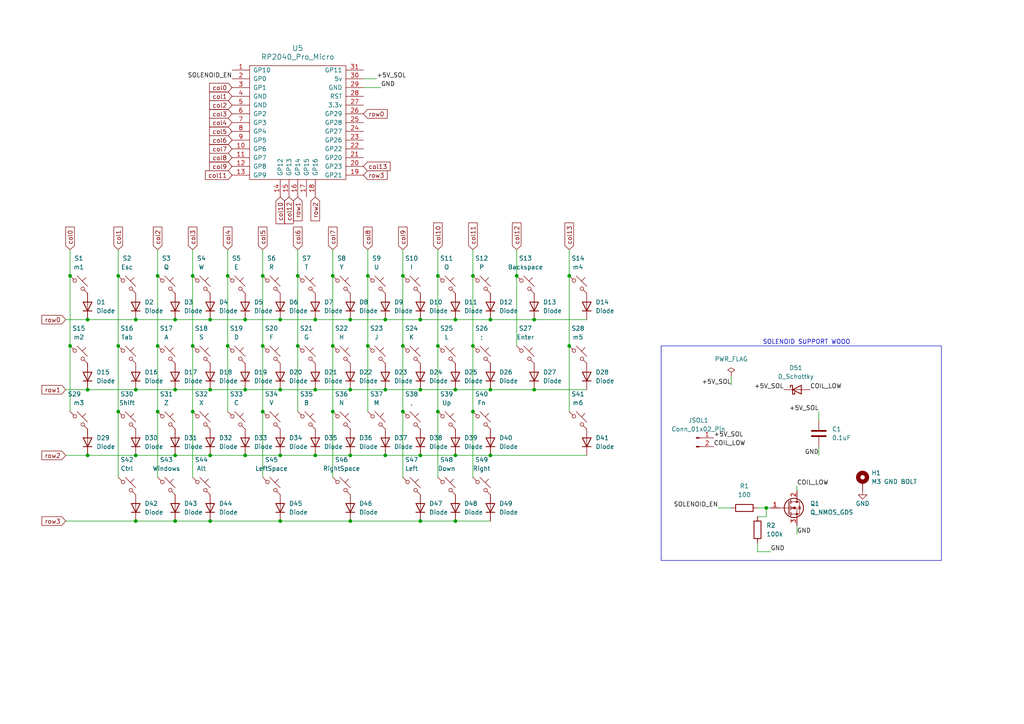
<source format=kicad_sch>
(kicad_sch (version 20250114) (generator "eeschema") (generator_version "9.0")
  (paper "A4")
  (rectangle (start 191.77 100.33) (end 273.05 162.56))
  (text "SOLENOID SUPPORT WOOO\n" (at 233.934 99.314 0) (effects (font (size 1.27 1.27))))
  (junction (at 45.72 119.38))
  (junction (at 149.86 80.01))
  (junction (at 106.68 100.33))
  (junction (at 121.92 132.08))
  (junction (at 137.16 80.01))
  (junction (at 91.44 113.03))
  (junction (at 81.28 132.08))
  (junction (at 96.52 100.33))
  (junction (at 39.37 92.71))
  (junction (at 132.08 113.03))
  (junction (at 132.08 92.71))
  (junction (at 50.8 113.03))
  (junction (at 116.84 119.38))
  (junction (at 39.37 132.08))
  (junction (at 86.36 100.33))
  (junction (at 154.94 113.03))
  (junction (at 111.76 92.71))
  (junction (at 127 100.33))
  (junction (at 132.08 151.13))
  (junction (at 101.6 113.03))
  (junction (at 111.76 132.08))
  (junction (at 20.32 100.33))
  (junction (at 71.12 92.71))
  (junction (at 34.29 119.38))
  (junction (at 76.2 100.33))
  (junction (at 132.08 132.08))
  (junction (at 55.88 119.38))
  (junction (at 165.1 100.33))
  (junction (at 34.29 80.01))
  (junction (at 50.8 132.08))
  (junction (at 127 119.38))
  (junction (at 45.72 80.01))
  (junction (at 142.24 113.03))
  (junction (at 137.16 119.38))
  (junction (at 121.92 92.71))
  (junction (at 91.44 132.08))
  (junction (at 96.52 119.38))
  (junction (at 76.2 80.01))
  (junction (at 101.6 92.71))
  (junction (at 25.4 113.03))
  (junction (at 55.88 100.33))
  (junction (at 50.8 92.71))
  (junction (at 76.2 119.38))
  (junction (at 154.94 92.71))
  (junction (at 101.6 132.08))
  (junction (at 127 80.01))
  (junction (at 60.96 113.03))
  (junction (at 101.6 151.13))
  (junction (at 137.16 100.33))
  (junction (at 20.32 80.01))
  (junction (at 121.92 151.13))
  (junction (at 91.44 92.71))
  (junction (at 55.88 80.01))
  (junction (at 142.24 132.08))
  (junction (at 66.04 100.33))
  (junction (at 86.36 80.01))
  (junction (at 25.4 92.71))
  (junction (at 60.96 132.08))
  (junction (at 60.96 92.71))
  (junction (at 71.12 113.03))
  (junction (at 60.96 151.13))
  (junction (at 39.37 151.13))
  (junction (at 116.84 80.01))
  (junction (at 45.72 100.33))
  (junction (at 39.37 113.03))
  (junction (at 106.68 80.01))
  (junction (at 121.92 113.03))
  (junction (at 222.25 147.32))
  (junction (at 111.76 113.03))
  (junction (at 81.28 151.13))
  (junction (at 81.28 92.71))
  (junction (at 81.28 113.03))
  (junction (at 66.04 80.01))
  (junction (at 96.52 80.01))
  (junction (at 142.24 92.71))
  (junction (at 25.4 132.08))
  (junction (at 165.1 80.01))
  (junction (at 116.84 100.33))
  (junction (at 50.8 151.13))
  (junction (at 71.12 132.08))
  (junction (at 34.29 100.33))
  (wire (pts (xy 50.8 151.13) (xy 60.96 151.13)))
  (wire (pts (xy 101.6 151.13) (xy 121.92 151.13)))
  (wire (pts (xy 137.16 100.33) (xy 137.16 119.38)))
  (wire (pts (xy 165.1 72.39) (xy 165.1 80.01)))
  (wire (pts (xy 19.05 151.13) (xy 39.37 151.13)))
  (wire (pts (xy 66.04 72.39) (xy 66.04 80.01)))
  (wire (pts (xy 76.2 80.01) (xy 76.2 100.33)))
  (wire (pts (xy 71.12 92.71) (xy 81.28 92.71)))
  (wire (pts (xy 19.05 132.08) (xy 25.4 132.08)))
  (wire (pts (xy 39.37 113.03) (xy 50.8 113.03)))
  (wire (pts (xy 105.41 25.4) (xy 110.49 25.4)))
  (wire (pts (xy 96.52 100.33) (xy 96.52 119.38)))
  (wire (pts (xy 132.08 113.03) (xy 142.24 113.03)))
  (wire (pts (xy 137.16 72.39) (xy 137.16 80.01)))
  (wire (pts (xy 34.29 72.39) (xy 34.29 80.01)))
  (wire (pts (xy 222.25 147.32) (xy 223.52 147.32)))
  (wire (pts (xy 25.4 92.71) (xy 39.37 92.71)))
  (wire (pts (xy 96.52 80.01) (xy 96.52 100.33)))
  (wire (pts (xy 81.28 132.08) (xy 91.44 132.08)))
  (wire (pts (xy 71.12 132.08) (xy 81.28 132.08)))
  (wire (pts (xy 127 80.01) (xy 127 100.33)))
  (wire (pts (xy 237.49 129.54) (xy 237.49 132.08)))
  (wire (pts (xy 45.72 80.01) (xy 45.72 100.33)))
  (wire (pts (xy 116.84 80.01) (xy 116.84 100.33)))
  (wire (pts (xy 101.6 132.08) (xy 111.76 132.08)))
  (wire (pts (xy 132.08 132.08) (xy 142.24 132.08)))
  (wire (pts (xy 34.29 119.38) (xy 34.29 138.43)))
  (wire (pts (xy 219.71 147.32) (xy 222.25 147.32)))
  (wire (pts (xy 212.09 109.22) (xy 212.09 111.76)))
  (wire (pts (xy 208.28 147.32) (xy 212.09 147.32)))
  (wire (pts (xy 34.29 80.01) (xy 34.29 100.33)))
  (wire (pts (xy 101.6 113.03) (xy 111.76 113.03)))
  (wire (pts (xy 91.44 132.08) (xy 101.6 132.08)))
  (wire (pts (xy 127 72.39) (xy 127 80.01)))
  (wire (pts (xy 60.96 92.71) (xy 71.12 92.71)))
  (wire (pts (xy 106.68 100.33) (xy 106.68 119.38)))
  (wire (pts (xy 20.32 80.01) (xy 20.32 100.33)))
  (wire (pts (xy 149.86 80.01) (xy 149.86 100.33)))
  (wire (pts (xy 71.12 113.03) (xy 81.28 113.03)))
  (wire (pts (xy 137.16 80.01) (xy 137.16 100.33)))
  (wire (pts (xy 142.24 132.08) (xy 170.18 132.08)))
  (wire (pts (xy 66.04 100.33) (xy 66.04 119.38)))
  (wire (pts (xy 111.76 92.71) (xy 121.92 92.71)))
  (wire (pts (xy 231.14 154.94) (xy 231.14 152.4)))
  (wire (pts (xy 81.28 113.03) (xy 91.44 113.03)))
  (wire (pts (xy 39.37 132.08) (xy 50.8 132.08)))
  (wire (pts (xy 86.36 100.33) (xy 86.36 119.38)))
  (wire (pts (xy 101.6 92.71) (xy 111.76 92.71)))
  (wire (pts (xy 60.96 113.03) (xy 71.12 113.03)))
  (wire (pts (xy 66.04 80.01) (xy 66.04 100.33)))
  (wire (pts (xy 219.71 149.86) (xy 222.25 149.86)))
  (wire (pts (xy 45.72 119.38) (xy 45.72 138.43)))
  (wire (pts (xy 20.32 72.39) (xy 20.32 80.01)))
  (wire (pts (xy 96.52 72.39) (xy 96.52 80.01)))
  (wire (pts (xy 60.96 132.08) (xy 71.12 132.08)))
  (wire (pts (xy 132.08 151.13) (xy 142.24 151.13)))
  (wire (pts (xy 154.94 113.03) (xy 170.18 113.03)))
  (wire (pts (xy 127 119.38) (xy 127 138.43)))
  (wire (pts (xy 50.8 132.08) (xy 60.96 132.08)))
  (wire (pts (xy 55.88 80.01) (xy 55.88 100.33)))
  (wire (pts (xy 55.88 119.38) (xy 55.88 138.43)))
  (wire (pts (xy 25.4 132.08) (xy 39.37 132.08)))
  (wire (pts (xy 154.94 92.71) (xy 170.18 92.71)))
  (wire (pts (xy 34.29 100.33) (xy 34.29 119.38)))
  (wire (pts (xy 81.28 92.71) (xy 91.44 92.71)))
  (wire (pts (xy 149.86 72.39) (xy 149.86 80.01)))
  (wire (pts (xy 76.2 100.33) (xy 76.2 119.38)))
  (wire (pts (xy 219.71 157.48) (xy 219.71 160.02)))
  (wire (pts (xy 132.08 92.71) (xy 142.24 92.71)))
  (wire (pts (xy 116.84 100.33) (xy 116.84 119.38)))
  (wire (pts (xy 142.24 92.71) (xy 154.94 92.71)))
  (wire (pts (xy 121.92 132.08) (xy 132.08 132.08)))
  (wire (pts (xy 105.41 22.86) (xy 109.22 22.86)))
  (wire (pts (xy 39.37 92.71) (xy 50.8 92.71)))
  (wire (pts (xy 111.76 132.08) (xy 121.92 132.08)))
  (wire (pts (xy 50.8 113.03) (xy 60.96 113.03)))
  (wire (pts (xy 19.05 113.03) (xy 25.4 113.03)))
  (wire (pts (xy 237.49 119.38) (xy 237.49 121.92)))
  (wire (pts (xy 60.96 151.13) (xy 81.28 151.13)))
  (wire (pts (xy 76.2 119.38) (xy 76.2 138.43)))
  (wire (pts (xy 91.44 92.71) (xy 101.6 92.71)))
  (wire (pts (xy 219.71 160.02) (xy 223.52 160.02)))
  (wire (pts (xy 86.36 80.01) (xy 86.36 100.33)))
  (wire (pts (xy 231.14 140.97) (xy 231.14 142.24)))
  (wire (pts (xy 91.44 113.03) (xy 101.6 113.03)))
  (wire (pts (xy 165.1 80.01) (xy 165.1 100.33)))
  (wire (pts (xy 165.1 100.33) (xy 165.1 119.38)))
  (wire (pts (xy 127 100.33) (xy 127 119.38)))
  (wire (pts (xy 39.37 151.13) (xy 50.8 151.13)))
  (wire (pts (xy 121.92 113.03) (xy 132.08 113.03)))
  (wire (pts (xy 25.4 113.03) (xy 39.37 113.03)))
  (wire (pts (xy 45.72 100.33) (xy 45.72 119.38)))
  (wire (pts (xy 50.8 92.71) (xy 60.96 92.71)))
  (wire (pts (xy 45.72 72.39) (xy 45.72 80.01)))
  (wire (pts (xy 106.68 72.39) (xy 106.68 80.01)))
  (wire (pts (xy 121.92 151.13) (xy 132.08 151.13)))
  (wire (pts (xy 121.92 92.71) (xy 132.08 92.71)))
  (wire (pts (xy 116.84 72.39) (xy 116.84 80.01)))
  (wire (pts (xy 222.25 149.86) (xy 222.25 147.32)))
  (wire (pts (xy 19.05 92.71) (xy 25.4 92.71)))
  (wire (pts (xy 111.76 113.03) (xy 121.92 113.03)))
  (wire (pts (xy 86.36 72.39) (xy 86.36 80.01)))
  (wire (pts (xy 116.84 119.38) (xy 116.84 138.43)))
  (wire (pts (xy 55.88 100.33) (xy 55.88 119.38)))
  (wire (pts (xy 76.2 72.39) (xy 76.2 80.01)))
  (wire (pts (xy 142.24 113.03) (xy 154.94 113.03)))
  (wire (pts (xy 20.32 100.33) (xy 20.32 119.38)))
  (wire (pts (xy 55.88 72.39) (xy 55.88 80.01)))
  (wire (pts (xy 137.16 119.38) (xy 137.16 138.43)))
  (wire (pts (xy 81.28 151.13) (xy 101.6 151.13)))
  (wire (pts (xy 96.52 119.38) (xy 96.52 138.43)))
  (wire (pts (xy 106.68 80.01) (xy 106.68 100.33)))
  (label "+5V_SOL" (at 227.33 113.03 180))
  (label "COIL_LOW" (at 207.01 129.54 0))
  (label "COIL_LOW" (at 234.95 113.03 0))
  (label "GND" (at 231.14 154.94 0))
  (label "SOLENOID_EN" (at 208.28 147.32 180))
  (label "GND" (at 110.49 25.4 0))
  (label "GND" (at 223.52 160.02 0))
  (label "+5V_SOL" (at 207.01 127 0))
  (label "SOLENOID_EN" (at 67.31 22.86 180))
  (label "GND" (at 237.49 132.08 180))
  (label "+5V_SOL" (at 109.22 22.86 0))
  (label "+5V_SOL" (at 237.49 119.38 180))
  (label "COIL_LOW" (at 231.14 140.97 0))
  (label "+5V_SOL" (at 212.09 111.76 180))
  (global_label "col8" (shape input) (at 67.31 45.72 180) (property "Intersheetrefs" "${INTERSHEET_REFS}" (effects (hide yes))))
  (global_label "col8" (shape input) (at 106.68 72.39 90) (property "Intersheetrefs" "${INTERSHEET_REFS}" (effects (hide yes))))
  (global_label "col7" (shape input) (at 67.31 43.18 180) (property "Intersheetrefs" "${INTERSHEET_REFS}" (effects (hide yes))))
  (global_label "row3" (shape input) (at 19.05 151.13 180) (property "Intersheetrefs" "${INTERSHEET_REFS}" (effects (hide yes))))
  (global_label "col0" (shape input) (at 67.31 25.4 180) (property "Intersheetrefs" "${INTERSHEET_REFS}" (effects (hide yes))))
  (global_label "col6" (shape input) (at 86.36 72.39 90) (property "Intersheetrefs" "${INTERSHEET_REFS}" (effects (hide yes))))
  (global_label "row0" (shape input) (at 19.05 92.71 180) (property "Intersheetrefs" "${INTERSHEET_REFS}" (effects (hide yes))))
  (global_label "col4" (shape input) (at 67.31 35.56 180) (property "Intersheetrefs" "${INTERSHEET_REFS}" (effects (hide yes))))
  (global_label "col10" (shape input) (at 127 72.39 90) (property "Intersheetrefs" "${INTERSHEET_REFS}" (effects (hide yes))))
  (global_label "col10" (shape input) (at 81.28 57.15 270) (property "Intersheetrefs" "${INTERSHEET_REFS}" (effects (hide yes))))
  (global_label "col13" (shape input) (at 165.1 72.39 90) (property "Intersheetrefs" "${INTERSHEET_REFS}" (effects (hide yes))))
  (global_label "col9" (shape input) (at 67.31 48.26 180) (property "Intersheetrefs" "${INTERSHEET_REFS}" (effects (hide yes))))
  (global_label "col3" (shape input) (at 55.88 72.39 90) (property "Intersheetrefs" "${INTERSHEET_REFS}" (effects (hide yes))))
  (global_label "col5" (shape input) (at 67.31 38.1 180) (property "Intersheetrefs" "${INTERSHEET_REFS}" (effects (hide yes))))
  (global_label "col6" (shape input) (at 67.31 40.64 180) (property "Intersheetrefs" "${INTERSHEET_REFS}" (effects (hide yes))))
  (global_label "row2" (shape input) (at 91.44 57.15 270) (property "Intersheetrefs" "${INTERSHEET_REFS}" (effects (hide yes))))
  (global_label "col9" (shape input) (at 116.84 72.39 90) (property "Intersheetrefs" "${INTERSHEET_REFS}" (effects (hide yes))))
  (global_label "row2" (shape input) (at 19.05 132.08 180) (property "Intersheetrefs" "${INTERSHEET_REFS}" (effects (hide yes))))
  (global_label "col4" (shape input) (at 66.04 72.39 90) (property "Intersheetrefs" "${INTERSHEET_REFS}" (effects (hide yes))))
  (global_label "row0" (shape input) (at 105.41 33.02 0) (property "Intersheetrefs" "${INTERSHEET_REFS}" (effects (hide yes))))
  (global_label "col1" (shape input) (at 34.29 72.39 90) (property "Intersheetrefs" "${INTERSHEET_REFS}" (effects (hide yes))))
  (global_label "col0" (shape input) (at 20.32 72.39 90) (property "Intersheetrefs" "${INTERSHEET_REFS}" (effects (hide yes))))
  (global_label "col3" (shape input) (at 67.31 33.02 180) (property "Intersheetrefs" "${INTERSHEET_REFS}" (effects (hide yes))))
  (global_label "col11" (shape input) (at 67.31 50.8 180) (property "Intersheetrefs" "${INTERSHEET_REFS}" (effects (hide yes))))
  (global_label "row1" (shape input) (at 19.05 113.03 180) (property "Intersheetrefs" "${INTERSHEET_REFS}" (effects (hide yes))))
  (global_label "col12" (shape input) (at 149.86 72.39 90) (property "Intersheetrefs" "${INTERSHEET_REFS}" (effects (hide yes))))
  (global_label "col5" (shape input) (at 76.2 72.39 90) (property "Intersheetrefs" "${INTERSHEET_REFS}" (effects (hide yes))))
  (global_label "col2" (shape input) (at 67.31 30.48 180) (property "Intersheetrefs" "${INTERSHEET_REFS}" (effects (hide yes))))
  (global_label "col12" (shape input) (at 83.82 57.15 270) (property "Intersheetrefs" "${INTERSHEET_REFS}" (effects (hide yes))))
  (global_label "col11" (shape input) (at 137.16 72.39 90) (property "Intersheetrefs" "${INTERSHEET_REFS}" (effects (hide yes))))
  (global_label "col7" (shape input) (at 96.52 72.39 90) (property "Intersheetrefs" "${INTERSHEET_REFS}" (effects (hide yes))))
  (global_label "col13" (shape input) (at 105.41 48.26 0) (property "Intersheetrefs" "${INTERSHEET_REFS}" (effects (hide yes))))
  (global_label "row1" (shape input) (at 86.36 57.15 270) (property "Intersheetrefs" "${INTERSHEET_REFS}" (effects (hide yes))))
  (global_label "col2" (shape input) (at 45.72 72.39 90) (property "Intersheetrefs" "${INTERSHEET_REFS}" (effects (hide yes))))
  (global_label "col1" (shape input) (at 67.31 27.94 180) (property "Intersheetrefs" "${INTERSHEET_REFS}" (effects (hide yes))))
  (global_label "row3" (shape input) (at 105.41 50.8 0) (property "Intersheetrefs" "${INTERSHEET_REFS}" (effects (hide yes))))
  (symbol (lib_id "ScottoKeebs:Placeholder_Diode") (at 121.92 128.27 90) (unit 1)
    (property "Reference" "D38" (at 124.46 127 90) (effects (justify right)))
    (property "Value" "Diode" (at 124.46 129.54 90) (effects (justify right)))
    (property "Footprint" "Diode_SMD:D_SOD-123" (effects (hide yes)))
    (property "Description" "1N4148 (DO-35) or 1N4148W (SOD-123)" (effects (hide yes)))
    (property "Sim.Device" "D" (effects (hide yes)))
    (property "Sim.Pins" "1=K 2=A" (effects (hide yes)))
  )
  (symbol (lib_id "Connector:Conn_01x02_Pin") (at 201.93 127 0) (unit 1)
    (property "Reference" "JSOL1" (at 202.565 121.92 0))
    (property "Value" "Conn_01x02_Pin" (at 202.565 124.46 0))
    (property "Footprint" "ScottoKeebs_Components:Connector_1x02_JST-PH" (effects (hide yes)))
    (property "Description" "Generic connector, single row, 01x02, script generated" (effects (hide yes)))
  )
  (symbol (lib_id "ScottoKeebs:Placeholder_Keyswitch") (at 119.38 121.92 0) (unit 1)
    (property "Reference" "S38" (at 119.38 114.3 0))
    (property "Value" "," (at 119.38 116.84 0))
    (property "Footprint" "Button_Switch_Keyboard:SW_Cherry_MX_1.00u_PCB" (effects (hide yes)))
    (property "Description" "Push button switch, normally open, two pins, 45° tilted" (effects (hide yes)))
  )
  (symbol (lib_id "ScottoKeebs:Placeholder_Diode") (at 71.12 128.27 90) (unit 1)
    (property "Reference" "D33" (at 73.66 127 90) (effects (justify right)))
    (property "Value" "Diode" (at 73.66 129.54 90) (effects (justify right)))
    (property "Footprint" "Diode_SMD:D_SOD-123" (effects (hide yes)))
    (property "Description" "1N4148 (DO-35) or 1N4148W (SOD-123)" (effects (hide yes)))
    (property "Sim.Device" "D" (effects (hide yes)))
    (property "Sim.Pins" "1=K 2=A" (effects (hide yes)))
  )
  (symbol (lib_id "ScottoKeebs:Placeholder_Keyswitch") (at 36.83 140.97 0) (unit 1)
    (property "Reference" "S42" (at 36.83 133.35 0))
    (property "Value" "Ctrl" (at 36.83 135.89 0))
    (property "Footprint" "Button_Switch_Keyboard:SW_Cherry_MX_1.00u_PCB" (effects (hide yes)))
    (property "Description" "Push button switch, normally open, two pins, 45° tilted" (effects (hide yes)))
  )
  (symbol (lib_id "ScottoKeebs:Placeholder_Keyswitch") (at 139.7 102.87 0) (unit 1)
    (property "Reference" "S26" (at 139.7 95.25 0))
    (property "Value" ";" (at 139.7 97.79 0))
    (property "Footprint" "Button_Switch_Keyboard:SW_Cherry_MX_1.00u_PCB" (effects (hide yes)))
    (property "Description" "Push button switch, normally open, two pins, 45° tilted" (effects (hide yes)))
  )
  (symbol (lib_id "ScottoKeebs:Placeholder_Diode") (at 25.4 88.9 90) (unit 1)
    (property "Reference" "D1" (at 27.94 87.63 90) (effects (justify right)))
    (property "Value" "Diode" (at 27.94 90.17 90) (effects (justify right)))
    (property "Footprint" "Diode_SMD:D_SOD-123" (effects (hide yes)))
    (property "Description" "1N4148 (DO-35) or 1N4148W (SOD-123)" (effects (hide yes)))
    (property "Sim.Device" "D" (effects (hide yes)))
    (property "Sim.Pins" "1=K 2=A" (effects (hide yes)))
  )
  (symbol (lib_id "ScottoKeebs:Placeholder_Keyswitch") (at 36.83 82.55 0) (unit 1)
    (property "Reference" "S2" (at 36.83 74.93 0))
    (property "Value" "Esc" (at 36.83 77.47 0))
    (property "Footprint" "Button_Switch_Keyboard:SW_Cherry_MX_1.00u_PCB" (effects (hide yes)))
    (property "Description" "Push button switch, normally open, two pins, 45° tilted" (effects (hide yes)))
  )
  (symbol (lib_id "ScottoKeebs:Placeholder_Keyswitch") (at 22.86 121.92 0) (unit 1)
    (property "Reference" "S29" (at 21.59 114.3 0))
    (property "Value" "m3" (at 22.86 116.84 0))
    (property "Footprint" "Button_Switch_Keyboard:SW_Cherry_MX_1.00u_PCB" (effects (hide yes)))
    (property "Description" "Push button switch, normally open, two pins, 45° tilted" (effects (hide yes)))
  )
  (symbol (lib_id "ScottoKeebs:Placeholder_Keyswitch") (at 129.54 102.87 0) (unit 1)
    (property "Reference" "S25" (at 129.54 95.25 0))
    (property "Value" "L" (at 129.54 97.79 0))
    (property "Footprint" "Button_Switch_Keyboard:SW_Cherry_MX_1.00u_PCB" (effects (hide yes)))
    (property "Description" "Push button switch, normally open, two pins, 45° tilted" (effects (hide yes)))
  )
  (symbol (lib_id "ScottoKeebs:Placeholder_Diode") (at 39.37 88.9 90) (unit 1)
    (property "Reference" "D2" (at 41.91 87.63 90) (effects (justify right)))
    (property "Value" "Diode" (at 41.91 90.17 90) (effects (justify right)))
    (property "Footprint" "Diode_SMD:D_SOD-123" (effects (hide yes)))
    (property "Description" "1N4148 (DO-35) or 1N4148W (SOD-123)" (effects (hide yes)))
    (property "Sim.Device" "D" (effects (hide yes)))
    (property "Sim.Pins" "1=K 2=A" (effects (hide yes)))
  )
  (symbol (lib_id "ScottoKeebs:Placeholder_Keyswitch") (at 78.74 102.87 0) (unit 1)
    (property "Reference" "S20" (at 78.74 95.25 0))
    (property "Value" "F" (at 78.74 97.79 0))
    (property "Footprint" "Button_Switch_Keyboard:SW_Cherry_MX_1.00u_PCB" (effects (hide yes)))
    (property "Description" "Push button switch, normally open, two pins, 45° tilted" (effects (hide yes)))
  )
  (symbol (lib_id "ScottoKeebs:Placeholder_Keyswitch") (at 119.38 102.87 0) (unit 1)
    (property "Reference" "S24" (at 119.38 95.25 0))
    (property "Value" "K" (at 119.38 97.79 0))
    (property "Footprint" "Button_Switch_Keyboard:SW_Cherry_MX_1.00u_PCB" (effects (hide yes)))
    (property "Description" "Push button switch, normally open, two pins, 45° tilted" (effects (hide yes)))
  )
  (symbol (lib_id "power:GND") (at 250.19 142.24 0) (unit 1)
    (property "Reference" "#PWR01" (effects (hide yes)))
    (property "Value" "GND" (at 250.19 146.05 0))
    (property "Description" "Power symbol creates a global label with name \"GND\" , ground" (effects (hide yes)))
  )
  (symbol (lib_id "ScottoKeebs:Placeholder_Keyswitch") (at 22.86 102.87 0) (unit 1)
    (property "Reference" "S15" (at 22.86 95.25 0))
    (property "Value" "m2" (at 22.86 97.79 0))
    (property "Footprint" "Button_Switch_Keyboard:SW_Cherry_MX_1.00u_PCB" (effects (hide yes)))
    (property "Description" "Push button switch, normally open, two pins, 45° tilted" (effects (hide yes)))
  )
  (symbol (lib_id "ScottoKeebs:Placeholder_Keyswitch") (at 167.64 82.55 0) (unit 1)
    (property "Reference" "S14" (at 167.64 74.93 0))
    (property "Value" "m4" (at 167.64 77.47 0))
    (property "Footprint" "Button_Switch_Keyboard:SW_Cherry_MX_1.00u_PCB" (effects (hide yes)))
    (property "Description" "Push button switch, normally open, two pins, 45° tilted" (effects (hide yes)))
  )
  (symbol (lib_id "ScottoKeebs:Placeholder_Diode") (at 50.8 109.22 90) (unit 1)
    (property "Reference" "D17" (at 53.34 107.95 90) (effects (justify right)))
    (property "Value" "Diode" (at 53.34 110.49 90) (effects (justify right)))
    (property "Footprint" "Diode_SMD:D_SOD-123" (effects (hide yes)))
    (property "Description" "1N4148 (DO-35) or 1N4148W (SOD-123)" (effects (hide yes)))
    (property "Sim.Device" "D" (effects (hide yes)))
    (property "Sim.Pins" "1=K 2=A" (effects (hide yes)))
  )
  (symbol (lib_id "ScottoKeebs:Placeholder_Diode") (at 154.94 88.9 90) (unit 1)
    (property "Reference" "D13" (at 157.48 87.63 90) (effects (justify right)))
    (property "Value" "Diode" (at 157.48 90.17 90) (effects (justify right)))
    (property "Footprint" "Diode_SMD:D_SOD-123" (effects (hide yes)))
    (property "Description" "1N4148 (DO-35) or 1N4148W (SOD-123)" (effects (hide yes)))
    (property "Sim.Device" "D" (effects (hide yes)))
    (property "Sim.Pins" "1=K 2=A" (effects (hide yes)))
  )
  (symbol (lib_id "ScottoKeebs:Placeholder_Keyswitch") (at 48.26 82.55 0) (unit 1)
    (property "Reference" "S3" (at 48.26 74.93 0))
    (property "Value" "Q" (at 48.26 77.47 0))
    (property "Footprint" "Button_Switch_Keyboard:SW_Cherry_MX_1.00u_PCB" (effects (hide yes)))
    (property "Description" "Push button switch, normally open, two pins, 45° tilted" (effects (hide yes)))
  )
  (symbol (lib_id "ScottoKeebs:Placeholder_Diode") (at 121.92 109.22 90) (unit 1)
    (property "Reference" "D24" (at 124.46 107.95 90) (effects (justify right)))
    (property "Value" "Diode" (at 124.46 110.49 90) (effects (justify right)))
    (property "Footprint" "Diode_SMD:D_SOD-123" (effects (hide yes)))
    (property "Description" "1N4148 (DO-35) or 1N4148W (SOD-123)" (effects (hide yes)))
    (property "Sim.Device" "D" (effects (hide yes)))
    (property "Sim.Pins" "1=K 2=A" (effects (hide yes)))
  )
  (symbol (lib_id "ScottoKeebs:Placeholder_Keyswitch") (at 99.06 82.55 0) (unit 1)
    (property "Reference" "S8" (at 99.06 74.93 0))
    (property "Value" "Y" (at 99.06 77.47 0))
    (property "Footprint" "Button_Switch_Keyboard:SW_Cherry_MX_1.00u_PCB" (effects (hide yes)))
    (property "Description" "Push button switch, normally open, two pins, 45° tilted" (effects (hide yes)))
  )
  (symbol (lib_id "ScottoKeebs:Placeholder_Keyswitch") (at 167.64 121.92 0) (unit 1)
    (property "Reference" "S41" (at 167.64 114.3 0))
    (property "Value" "m6" (at 167.64 116.84 0))
    (property "Footprint" "Button_Switch_Keyboard:SW_Cherry_MX_1.00u_PCB" (effects (hide yes)))
    (property "Description" "Push button switch, normally open, two pins, 45° tilted" (effects (hide yes)))
  )
  (symbol (lib_id "ScottoKeebs:Placeholder_Keyswitch") (at 58.42 140.97 0) (unit 1)
    (property "Reference" "S44" (at 58.42 133.35 0))
    (property "Value" "Alt" (at 58.42 135.89 0))
    (property "Footprint" "Button_Switch_Keyboard:SW_Cherry_MX_1.00u_PCB" (effects (hide yes)))
    (property "Description" "Push button switch, normally open, two pins, 45° tilted" (effects (hide yes)))
  )
  (symbol (lib_id "Transistor_FET:Q_NMOS_GDS") (at 228.6 147.32 0) (unit 1)
    (property "Reference" "Q1" (at 234.95 146.05 0) (effects (justify left)))
    (property "Value" "Q_NMOS_GDS" (at 234.95 148.59 0) (effects (justify left)))
    (property "Footprint" "Package_TO_SOT_THT:TO-220-3_Horizontal_TabDown" (effects (hide yes)))
    (property "Description" "N-MOSFET transistor, gate/drain/source" (effects (hide yes)))
  )
  (symbol (lib_id "ScottoKeebs:Placeholder_Diode") (at 111.76 128.27 90) (unit 1)
    (property "Reference" "D37" (at 114.3 127 90) (effects (justify right)))
    (property "Value" "Diode" (at 114.3 129.54 90) (effects (justify right)))
    (property "Footprint" "Diode_SMD:D_SOD-123" (effects (hide yes)))
    (property "Description" "1N4148 (DO-35) or 1N4148W (SOD-123)" (effects (hide yes)))
    (property "Sim.Device" "D" (effects (hide yes)))
    (property "Sim.Pins" "1=K 2=A" (effects (hide yes)))
  )
  (symbol (lib_id "ScottoKeebs:Placeholder_Diode") (at 60.96 109.22 90) (unit 1)
    (property "Reference" "D18" (at 63.5 107.95 90) (effects (justify right)))
    (property "Value" "Diode" (at 63.5 110.49 90) (effects (justify right)))
    (property "Footprint" "Diode_SMD:D_SOD-123" (effects (hide yes)))
    (property "Description" "1N4148 (DO-35) or 1N4148W (SOD-123)" (effects (hide yes)))
    (property "Sim.Device" "D" (effects (hide yes)))
    (property "Sim.Pins" "1=K 2=A" (effects (hide yes)))
  )
  (symbol (lib_id "ScottoKeebs:Placeholder_Diode") (at 132.08 147.32 90) (unit 1)
    (property "Reference" "D48" (at 134.62 146.05 90) (effects (justify right)))
    (property "Value" "Diode" (at 134.62 148.59 90) (effects (justify right)))
    (property "Footprint" "Diode_SMD:D_SOD-123" (effects (hide yes)))
    (property "Description" "1N4148 (DO-35) or 1N4148W (SOD-123)" (effects (hide yes)))
    (property "Sim.Device" "D" (effects (hide yes)))
    (property "Sim.Pins" "1=K 2=A" (effects (hide yes)))
  )
  (symbol (lib_id "ScottoKeebs:Placeholder_Keyswitch") (at 48.26 121.92 0) (unit 1)
    (property "Reference" "S31" (at 48.26 114.3 0))
    (property "Value" "Z" (at 48.26 116.84 0))
    (property "Footprint" "Button_Switch_Keyboard:SW_Cherry_MX_1.00u_PCB" (effects (hide yes)))
    (property "Description" "Push button switch, normally open, two pins, 45° tilted" (effects (hide yes)))
  )
  (symbol (lib_id "ScottoKeebs:Placeholder_Keyswitch") (at 68.58 82.55 0) (unit 1)
    (property "Reference" "S5" (at 68.58 74.93 0))
    (property "Value" "E" (at 68.58 77.47 0))
    (property "Footprint" "Button_Switch_Keyboard:SW_Cherry_MX_1.00u_PCB" (effects (hide yes)))
    (property "Description" "Push button switch, normally open, two pins, 45° tilted" (effects (hide yes)))
  )
  (symbol (lib_id "ScottoKeebs:Placeholder_Diode") (at 154.94 109.22 90) (unit 1)
    (property "Reference" "D27" (at 157.48 107.95 90) (effects (justify right)))
    (property "Value" "Diode" (at 157.48 110.49 90) (effects (justify right)))
    (property "Footprint" "Diode_SMD:D_SOD-123" (effects (hide yes)))
    (property "Description" "1N4148 (DO-35) or 1N4148W (SOD-123)" (effects (hide yes)))
    (property "Sim.Device" "D" (effects (hide yes)))
    (property "Sim.Pins" "1=K 2=A" (effects (hide yes)))
  )
  (symbol (lib_id "ScottoKeebs:Placeholder_Diode") (at 91.44 88.9 90) (unit 1)
    (property "Reference" "D7" (at 93.98 87.63 90) (effects (justify right)))
    (property "Value" "Diode" (at 93.98 90.17 90) (effects (justify right)))
    (property "Footprint" "Diode_SMD:D_SOD-123" (effects (hide yes)))
    (property "Description" "1N4148 (DO-35) or 1N4148W (SOD-123)" (effects (hide yes)))
    (property "Sim.Device" "D" (effects (hide yes)))
    (property "Sim.Pins" "1=K 2=A" (effects (hide yes)))
  )
  (symbol (lib_id "ScottoKeebs:Placeholder_Diode") (at 142.24 109.22 90) (unit 1)
    (property "Reference" "D26" (at 144.78 107.95 90) (effects (justify right)))
    (property "Value" "Diode" (at 144.78 110.49 90) (effects (justify right)))
    (property "Footprint" "Diode_SMD:D_SOD-123" (effects (hide yes)))
    (property "Description" "1N4148 (DO-35) or 1N4148W (SOD-123)" (effects (hide yes)))
    (property "Sim.Device" "D" (effects (hide yes)))
    (property "Sim.Pins" "1=K 2=A" (effects (hide yes)))
  )
  (symbol (lib_id "ScottoKeebs:Placeholder_Keyswitch") (at 58.42 82.55 0) (unit 1)
    (property "Reference" "S4" (at 58.42 74.93 0))
    (property "Value" "W" (at 58.42 77.47 0))
    (property "Footprint" "Button_Switch_Keyboard:SW_Cherry_MX_1.00u_PCB" (effects (hide yes)))
    (property "Description" "Push button switch, normally open, two pins, 45° tilted" (effects (hide yes)))
  )
  (symbol (lib_id "ScottoKeebs:Placeholder_Keyswitch") (at 129.54 82.55 0) (unit 1)
    (property "Reference" "S11" (at 129.54 74.93 0))
    (property "Value" "O" (at 129.54 77.47 0))
    (property "Footprint" "Button_Switch_Keyboard:SW_Cherry_MX_1.00u_PCB" (effects (hide yes)))
    (property "Description" "Push button switch, normally open, two pins, 45° tilted" (effects (hide yes)))
  )
  (symbol (lib_id "ScottoKeebs:Placeholder_Diode") (at 39.37 128.27 90) (unit 1)
    (property "Reference" "D30" (at 41.91 127 90) (effects (justify right)))
    (property "Value" "Diode" (at 41.91 129.54 90) (effects (justify right)))
    (property "Footprint" "Diode_SMD:D_SOD-123" (effects (hide yes)))
    (property "Description" "1N4148 (DO-35) or 1N4148W (SOD-123)" (effects (hide yes)))
    (property "Sim.Device" "D" (effects (hide yes)))
    (property "Sim.Pins" "1=K 2=A" (effects (hide yes)))
  )
  (symbol (lib_id "ScottoKeebs:Placeholder_Keyswitch") (at 68.58 121.92 0) (unit 1)
    (property "Reference" "S33" (at 68.58 114.3 0))
    (property "Value" "C" (at 68.58 116.84 0))
    (property "Footprint" "Button_Switch_Keyboard:SW_Cherry_MX_1.00u_PCB" (effects (hide yes)))
    (property "Description" "Push button switch, normally open, two pins, 45° tilted" (effects (hide yes)))
  )
  (symbol (lib_id "ScottoKeebs:Placeholder_Diode") (at 132.08 109.22 90) (unit 1)
    (property "Reference" "D25" (at 134.62 107.95 90) (effects (justify right)))
    (property "Value" "Diode" (at 134.62 110.49 90) (effects (justify right)))
    (property "Footprint" "Diode_SMD:D_SOD-123" (effects (hide yes)))
    (property "Description" "1N4148 (DO-35) or 1N4148W (SOD-123)" (effects (hide yes)))
    (property "Sim.Device" "D" (effects (hide yes)))
    (property "Sim.Pins" "1=K 2=A" (effects (hide yes)))
  )
  (symbol (lib_id "ScottoKeebs:MCU_RP2040_Pro_Micro") (at 86.36 35.56 0) (unit 1)
    (property "Reference" "U5" (at 86.36 13.97 0) (effects (font (size 1.524 1.524))))
    (property "Value" "RP2040_Pro_Micro" (at 86.36 16.51 0) (effects (font (size 1.524 1.524))))
    (property "Footprint" "ScottoKeebs_MCU:RP2040_Pro_Micro" (effects (hide yes)))
  )
  (symbol (lib_id "Device:C") (at 237.49 125.73 180) (unit 1)
    (property "Reference" "C1" (at 241.3 124.46 0) (effects (justify right)))
    (property "Value" "0.1uF" (at 241.3 127 0) (effects (justify right)))
    (property "Footprint" "Capacitor_SMD:C_0805_2012Metric" (effects (hide yes)))
    (property "Description" "Unpolarized capacitor" (effects (hide yes)))
  )
  (symbol (lib_id "ScottoKeebs:Placeholder_Keyswitch") (at 119.38 140.97 0) (unit 1)
    (property "Reference" "S47" (at 119.38 133.35 0))
    (property "Value" "Left" (at 119.38 135.89 0))
    (property "Footprint" "Button_Switch_Keyboard:SW_Cherry_MX_1.00u_PCB" (effects (hide yes)))
    (property "Description" "Push button switch, normally open, two pins, 45° tilted" (effects (hide yes)))
  )
  (symbol (lib_id "ScottoKeebs:Placeholder_Keyswitch") (at 58.42 121.92 0) (unit 1)
    (property "Reference" "S32" (at 58.42 114.3 0))
    (property "Value" "X" (at 58.42 116.84 0))
    (property "Footprint" "Button_Switch_Keyboard:SW_Cherry_MX_1.00u_PCB" (effects (hide yes)))
    (property "Description" "Push button switch, normally open, two pins, 45° tilted" (effects (hide yes)))
  )
  (symbol (lib_id "ScottoKeebs:Placeholder_Diode") (at 111.76 88.9 90) (unit 1)
    (property "Reference" "D9" (at 114.3 87.63 90) (effects (justify right)))
    (property "Value" "Diode" (at 114.3 90.17 90) (effects (justify right)))
    (property "Footprint" "Diode_SMD:D_SOD-123" (effects (hide yes)))
    (property "Description" "1N4148 (DO-35) or 1N4148W (SOD-123)" (effects (hide yes)))
    (property "Sim.Device" "D" (effects (hide yes)))
    (property "Sim.Pins" "1=K 2=A" (effects (hide yes)))
  )
  (symbol (lib_id "ScottoKeebs:Placeholder_Keyswitch") (at 68.58 102.87 0) (unit 1)
    (property "Reference" "S19" (at 68.58 95.25 0))
    (property "Value" "D" (at 68.58 97.79 0))
    (property "Footprint" "Button_Switch_Keyboard:SW_Cherry_MX_1.00u_PCB" (effects (hide yes)))
    (property "Description" "Push button switch, normally open, two pins, 45° tilted" (effects (hide yes)))
  )
  (symbol (lib_id "ScottoKeebs:Placeholder_Keyswitch") (at 88.9 102.87 0) (unit 1)
    (property "Reference" "S21" (at 88.9 95.25 0))
    (property "Value" "G" (at 88.9 97.79 0))
    (property "Footprint" "Button_Switch_Keyboard:SW_Cherry_MX_1.00u_PCB" (effects (hide yes)))
    (property "Description" "Push button switch, normally open, two pins, 45° tilted" (effects (hide yes)))
  )
  (symbol (lib_id "ScottoKeebs:Placeholder_Keyswitch") (at 109.22 121.92 0) (unit 1)
    (property "Reference" "S37" (at 109.22 114.3 0))
    (property "Value" "M" (at 109.22 116.84 0))
    (property "Footprint" "Button_Switch_Keyboard:SW_Cherry_MX_1.00u_PCB" (effects (hide yes)))
    (property "Description" "Push button switch, normally open, two pins, 45° tilted" (effects (hide yes)))
  )
  (symbol (lib_id "ScottoKeebs:Placeholder_Keyswitch") (at 48.26 140.97 0) (unit 1)
    (property "Reference" "S43" (at 48.26 133.35 0))
    (property "Value" "Windows" (at 48.26 135.89 0))
    (property "Footprint" "Button_Switch_Keyboard:SW_Cherry_MX_1.00u_PCB" (effects (hide yes)))
    (property "Description" "Push button switch, normally open, two pins, 45° tilted" (effects (hide yes)))
  )
  (symbol (lib_id "ScottoKeebs:Placeholder_Diode") (at 39.37 147.32 90) (unit 1)
    (property "Reference" "D42" (at 41.91 146.05 90) (effects (justify right)))
    (property "Value" "Diode" (at 41.91 148.59 90) (effects (justify right)))
    (property "Footprint" "Diode_SMD:D_SOD-123" (effects (hide yes)))
    (property "Description" "1N4148 (DO-35) or 1N4148W (SOD-123)" (effects (hide yes)))
    (property "Sim.Device" "D" (effects (hide yes)))
    (property "Sim.Pins" "1=K 2=A" (effects (hide yes)))
  )
  (symbol (lib_id "ScottoKeebs:Placeholder_Diode") (at 101.6 128.27 90) (unit 1)
    (property "Reference" "D36" (at 104.14 127 90) (effects (justify right)))
    (property "Value" "Diode" (at 104.14 129.54 90) (effects (justify right)))
    (property "Footprint" "Diode_SMD:D_SOD-123" (effects (hide yes)))
    (property "Description" "1N4148 (DO-35) or 1N4148W (SOD-123)" (effects (hide yes)))
    (property "Sim.Device" "D" (effects (hide yes)))
    (property "Sim.Pins" "1=K 2=A" (effects (hide yes)))
  )
  (symbol (lib_id "ScottoKeebs:Placeholder_Keyswitch") (at 119.38 82.55 0) (unit 1)
    (property "Reference" "S10" (at 119.38 74.93 0))
    (property "Value" "I" (at 119.38 77.47 0))
    (property "Footprint" "Button_Switch_Keyboard:SW_Cherry_MX_1.00u_PCB" (effects (hide yes)))
    (property "Description" "Push button switch, normally open, two pins, 45° tilted" (effects (hide yes)))
  )
  (symbol (lib_id "ScottoKeebs:Placeholder_Diode") (at 25.4 128.27 90) (unit 1)
    (property "Reference" "D29" (at 27.94 127 90) (effects (justify right)))
    (property "Value" "Diode" (at 27.94 129.54 90) (effects (justify right)))
    (property "Footprint" "Diode_SMD:D_SOD-123" (effects (hide yes)))
    (property "Description" "1N4148 (DO-35) or 1N4148W (SOD-123)" (effects (hide yes)))
    (property "Sim.Device" "D" (effects (hide yes)))
    (property "Sim.Pins" "1=K 2=A" (effects (hide yes)))
  )
  (symbol (lib_id "ScottoKeebs:Placeholder_Diode") (at 60.96 147.32 90) (unit 1)
    (property "Reference" "D44" (at 63.5 146.05 90) (effects (justify right)))
    (property "Value" "Diode" (at 63.5 148.59 90) (effects (justify right)))
    (property "Footprint" "Diode_SMD:D_SOD-123" (effects (hide yes)))
    (property "Description" "1N4148 (DO-35) or 1N4148W (SOD-123)" (effects (hide yes)))
    (property "Sim.Device" "D" (effects (hide yes)))
    (property "Sim.Pins" "1=K 2=A" (effects (hide yes)))
  )
  (symbol (lib_id "ScottoKeebs:Placeholder_Keyswitch") (at 109.22 102.87 0) (unit 1)
    (property "Reference" "S23" (at 109.22 95.25 0))
    (property "Value" "J" (at 109.22 97.79 0))
    (property "Footprint" "Button_Switch_Keyboard:SW_Cherry_MX_1.00u_PCB" (effects (hide yes)))
    (property "Description" "Push button switch, normally open, two pins, 45° tilted" (effects (hide yes)))
  )
  (symbol (lib_id "ScottoKeebs:Placeholder_Diode") (at 142.24 128.27 90) (unit 1)
    (property "Reference" "D40" (at 144.78 127 90) (effects (justify right)))
    (property "Value" "Diode" (at 144.78 129.54 90) (effects (justify right)))
    (property "Footprint" "Diode_SMD:D_SOD-123" (effects (hide yes)))
    (property "Description" "1N4148 (DO-35) or 1N4148W (SOD-123)" (effects (hide yes)))
    (property "Sim.Device" "D" (effects (hide yes)))
    (property "Sim.Pins" "1=K 2=A" (effects (hide yes)))
  )
  (symbol (lib_id "ScottoKeebs:Placeholder_Keyswitch") (at 167.64 102.87 0) (unit 1)
    (property "Reference" "S28" (at 167.64 95.25 0))
    (property "Value" "m5" (at 167.64 97.79 0))
    (property "Footprint" "Button_Switch_Keyboard:SW_Cherry_MX_1.00u_PCB" (effects (hide yes)))
    (property "Description" "Push button switch, normally open, two pins, 45° tilted" (effects (hide yes)))
  )
  (symbol (lib_id "ScottoKeebs:Placeholder_Diode") (at 50.8 128.27 90) (unit 1)
    (property "Reference" "D31" (at 53.34 127 90) (effects (justify right)))
    (property "Value" "Diode" (at 53.34 129.54 90) (effects (justify right)))
    (property "Footprint" "Diode_SMD:D_SOD-123" (effects (hide yes)))
    (property "Description" "1N4148 (DO-35) or 1N4148W (SOD-123)" (effects (hide yes)))
    (property "Sim.Device" "D" (effects (hide yes)))
    (property "Sim.Pins" "1=K 2=A" (effects (hide yes)))
  )
  (symbol (lib_id "ScottoKeebs:Placeholder_Diode") (at 91.44 128.27 90) (unit 1)
    (property "Reference" "D35" (at 93.98 127 90) (effects (justify right)))
    (property "Value" "Diode" (at 93.98 129.54 90) (effects (justify right)))
    (property "Footprint" "Diode_SMD:D_SOD-123" (effects (hide yes)))
    (property "Description" "1N4148 (DO-35) or 1N4148W (SOD-123)" (effects (hide yes)))
    (property "Sim.Device" "D" (effects (hide yes)))
    (property "Sim.Pins" "1=K 2=A" (effects (hide yes)))
  )
  (symbol (lib_id "ScottoKeebs:Placeholder_Diode") (at 60.96 88.9 90) (unit 1)
    (property "Reference" "D4" (at 63.5 87.63 90) (effects (justify right)))
    (property "Value" "Diode" (at 63.5 90.17 90) (effects (justify right)))
    (property "Footprint" "Diode_SMD:D_SOD-123" (effects (hide yes)))
    (property "Description" "1N4148 (DO-35) or 1N4148W (SOD-123)" (effects (hide yes)))
    (property "Sim.Device" "D" (effects (hide yes)))
    (property "Sim.Pins" "1=K 2=A" (effects (hide yes)))
  )
  (symbol (lib_id "ScottoKeebs:Placeholder_Diode") (at 101.6 109.22 90) (unit 1)
    (property "Reference" "D22" (at 104.14 107.95 90) (effects (justify right)))
    (property "Value" "Diode" (at 104.14 110.49 90) (effects (justify right)))
    (property "Footprint" "Diode_SMD:D_SOD-123" (effects (hide yes)))
    (property "Description" "1N4148 (DO-35) or 1N4148W (SOD-123)" (effects (hide yes)))
    (property "Sim.Device" "D" (effects (hide yes)))
    (property "Sim.Pins" "1=K 2=A" (effects (hide yes)))
  )
  (symbol (lib_id "ScottoKeebs:Placeholder_Keyswitch") (at 99.06 140.97 0) (unit 1)
    (property "Reference" "S46" (at 99.06 133.35 0))
    (property "Value" "RightSpace" (at 99.06 135.89 0))
    (property "Footprint" "Button_Switch_Keyboard:SW_Cherry_MX_2.75u_PCB" (effects (hide yes)))
    (property "Description" "Push button switch, normally open, two pins, 45° tilted" (effects (hide yes)))
  )
  (symbol (lib_id "Device:D_Schottky") (at 231.14 113.03 0) (unit 1)
    (property "Reference" "D51" (at 230.8225 106.68 0))
    (property "Value" "D_Schottky" (at 230.8225 109.22 0))
    (property "Footprint" "Diode_SMD:D_SOD-123" (effects (hide yes)))
    (property "Description" "Schottky diode" (effects (hide yes)))
  )
  (symbol (lib_id "ScottoKeebs:Placeholder_Diode") (at 101.6 88.9 90) (unit 1)
    (property "Reference" "D8" (at 104.14 87.63 90) (effects (justify right)))
    (property "Value" "Diode" (at 104.14 90.17 90) (effects (justify right)))
    (property "Footprint" "Diode_SMD:D_SOD-123" (effects (hide yes)))
    (property "Description" "1N4148 (DO-35) or 1N4148W (SOD-123)" (effects (hide yes)))
    (property "Sim.Device" "D" (effects (hide yes)))
    (property "Sim.Pins" "1=K 2=A" (effects (hide yes)))
  )
  (symbol (lib_id "ScottoKeebs:Placeholder_Keyswitch") (at 78.74 121.92 0) (unit 1)
    (property "Reference" "S34" (at 78.74 114.3 0))
    (property "Value" "V" (at 78.74 116.84 0))
    (property "Footprint" "Button_Switch_Keyboard:SW_Cherry_MX_1.00u_PCB" (effects (hide yes)))
    (property "Description" "Push button switch, normally open, two pins, 45° tilted" (effects (hide yes)))
  )
  (symbol (lib_id "ScottoKeebs:Placeholder_Diode") (at 39.37 109.22 90) (unit 1)
    (property "Reference" "D16" (at 41.91 107.95 90) (effects (justify right)))
    (property "Value" "Diode" (at 41.91 110.49 90) (effects (justify right)))
    (property "Footprint" "Diode_SMD:D_SOD-123" (effects (hide yes)))
    (property "Description" "1N4148 (DO-35) or 1N4148W (SOD-123)" (effects (hide yes)))
    (property "Sim.Device" "D" (effects (hide yes)))
    (property "Sim.Pins" "1=K 2=A" (effects (hide yes)))
  )
  (symbol (lib_id "ScottoKeebs:Placeholder_Diode") (at 25.4 109.22 90) (unit 1)
    (property "Reference" "D15" (at 27.94 107.95 90) (effects (justify right)))
    (property "Value" "Diode" (at 27.94 110.49 90) (effects (justify right)))
    (property "Footprint" "Diode_SMD:D_SOD-123" (effects (hide yes)))
    (property "Description" "1N4148 (DO-35) or 1N4148W (SOD-123)" (effects (hide yes)))
    (property "Sim.Device" "D" (effects (hide yes)))
    (property "Sim.Pins" "1=K 2=A" (effects (hide yes)))
  )
  (symbol (lib_id "power:PWR_FLAG") (at 212.09 109.22 0) (unit 1)
    (property "Reference" "#FLG01" (effects (hide yes)))
    (property "Value" "PWR_FLAG" (at 212.09 104.14 0))
    (property "Description" "Special symbol for telling ERC where power comes from" (effects (hide yes)))
  )
  (symbol (lib_id "ScottoKeebs:Placeholder_Diode") (at 170.18 128.27 90) (unit 1)
    (property "Reference" "D41" (at 172.72 127 90) (effects (justify right)))
    (property "Value" "Diode" (at 172.72 129.54 90) (effects (justify right)))
    (property "Footprint" "Diode_SMD:D_SOD-123" (effects (hide yes)))
    (property "Description" "1N4148 (DO-35) or 1N4148W (SOD-123)" (effects (hide yes)))
    (property "Sim.Device" "D" (effects (hide yes)))
    (property "Sim.Pins" "1=K 2=A" (effects (hide yes)))
  )
  (symbol (lib_id "ScottoKeebs:Placeholder_Keyswitch") (at 129.54 121.92 0) (unit 1)
    (property "Reference" "S39" (at 129.54 114.3 0))
    (property "Value" "Up" (at 129.54 116.84 0))
    (property "Footprint" "Button_Switch_Keyboard:SW_Cherry_MX_1.00u_PCB" (effects (hide yes)))
    (property "Description" "Push button switch, normally open, two pins, 45° tilted" (effects (hide yes)))
  )
  (symbol (lib_id "ScottoKeebs:Placeholder_Keyswitch") (at 139.7 82.55 0) (unit 1)
    (property "Reference" "S12" (at 139.7 74.93 0))
    (property "Value" "P" (at 139.7 77.47 0))
    (property "Footprint" "Button_Switch_Keyboard:SW_Cherry_MX_1.00u_PCB" (effects (hide yes)))
    (property "Description" "Push button switch, normally open, two pins, 45° tilted" (effects (hide yes)))
  )
  (symbol (lib_id "ScottoKeebs:Placeholder_Diode") (at 101.6 147.32 90) (unit 1)
    (property "Reference" "D46" (at 104.14 146.05 90) (effects (justify right)))
    (property "Value" "Diode" (at 104.14 148.59 90) (effects (justify right)))
    (property "Footprint" "Diode_SMD:D_SOD-123" (effects (hide yes)))
    (property "Description" "1N4148 (DO-35) or 1N4148W (SOD-123)" (effects (hide yes)))
    (property "Sim.Device" "D" (effects (hide yes)))
    (property "Sim.Pins" "1=K 2=A" (effects (hide yes)))
  )
  (symbol (lib_id "ScottoKeebs:Placeholder_Keyswitch") (at 58.42 102.87 0) (unit 1)
    (property "Reference" "S18" (at 58.42 95.25 0))
    (property "Value" "S" (at 58.42 97.79 0))
    (property "Footprint" "Button_Switch_Keyboard:SW_Cherry_MX_1.00u_PCB" (effects (hide yes)))
    (property "Description" "Push button switch, normally open, two pins, 45° tilted" (effects (hide yes)))
  )
  (symbol (lib_id "ScottoKeebs:Placeholder_Diode") (at 111.76 109.22 90) (unit 1)
    (property "Reference" "D23" (at 114.3 107.95 90) (effects (justify right)))
    (property "Value" "Diode" (at 114.3 110.49 90) (effects (justify right)))
    (property "Footprint" "Diode_SMD:D_SOD-123" (effects (hide yes)))
    (property "Description" "1N4148 (DO-35) or 1N4148W (SOD-123)" (effects (hide yes)))
    (property "Sim.Device" "D" (effects (hide yes)))
    (property "Sim.Pins" "1=K 2=A" (effects (hide yes)))
  )
  (symbol (lib_id "ScottoKeebs:Placeholder_Keyswitch") (at 48.26 102.87 0) (unit 1)
    (property "Reference" "S17" (at 48.26 95.25 0))
    (property "Value" "A" (at 48.26 97.79 0))
    (property "Footprint" "Button_Switch_Keyboard:SW_Cherry_MX_1.00u_PCB" (effects (hide yes)))
    (property "Description" "Push button switch, normally open, two pins, 45° tilted" (effects (hide yes)))
  )
  (symbol (lib_id "ScottoKeebs:Placeholder_Keyswitch") (at 152.4 102.87 0) (unit 1)
    (property "Reference" "S27" (at 152.4 95.25 0))
    (property "Value" "Enter" (at 152.4 97.79 0))
    (property "Footprint" "Button_Switch_Keyboard:SW_Cherry_MX_1.25u_PCB" (effects (hide yes)))
    (property "Description" "Push button switch, normally open, two pins, 45° tilted" (effects (hide yes)))
  )
  (symbol (lib_id "ScottoKeebs:Placeholder_Diode") (at 71.12 109.22 90) (unit 1)
    (property "Reference" "D19" (at 73.66 107.95 90) (effects (justify right)))
    (property "Value" "Diode" (at 73.66 110.49 90) (effects (justify right)))
    (property "Footprint" "Diode_SMD:D_SOD-123" (effects (hide yes)))
    (property "Description" "1N4148 (DO-35) or 1N4148W (SOD-123)" (effects (hide yes)))
    (property "Sim.Device" "D" (effects (hide yes)))
    (property "Sim.Pins" "1=K 2=A" (effects (hide yes)))
  )
  (symbol (lib_id "ScottoKeebs:Placeholder_Keyswitch") (at 36.83 102.87 0) (unit 1)
    (property "Reference" "S16" (at 36.83 95.25 0))
    (property "Value" "Tab" (at 36.83 97.79 0))
    (property "Footprint" "Button_Switch_Keyboard:SW_Cherry_MX_1.25u_PCB" (effects (hide yes)))
    (property "Description" "Push button switch, normally open, two pins, 45° tilted" (effects (hide yes)))
  )
  (symbol (lib_id "ScottoKeebs:Placeholder_Diode") (at 50.8 147.32 90) (unit 1)
    (property "Reference" "D43" (at 53.34 146.05 90) (effects (justify right)))
    (property "Value" "Diode" (at 53.34 148.59 90) (effects (justify right)))
    (property "Footprint" "Diode_SMD:D_SOD-123" (effects (hide yes)))
    (property "Description" "1N4148 (DO-35) or 1N4148W (SOD-123)" (effects (hide yes)))
    (property "Sim.Device" "D" (effects (hide yes)))
    (property "Sim.Pins" "1=K 2=A" (effects (hide yes)))
  )
  (symbol (lib_id "ScottoKeebs:Placeholder_Diode") (at 60.96 128.27 90) (unit 1)
    (property "Reference" "D32" (at 63.5 127 90) (effects (justify right)))
    (property "Value" "Diode" (at 63.5 129.54 90) (effects (justify right)))
    (property "Footprint" "Diode_SMD:D_SOD-123" (effects (hide yes)))
    (property "Description" "1N4148 (DO-35) or 1N4148W (SOD-123)" (effects (hide yes)))
    (property "Sim.Device" "D" (effects (hide yes)))
    (property "Sim.Pins" "1=K 2=A" (effects (hide yes)))
  )
  (symbol (lib_id "ScottoKeebs:Placeholder_Diode") (at 170.18 109.22 90) (unit 1)
    (property "Reference" "D28" (at 172.72 107.95 90) (effects (justify right)))
    (property "Value" "Diode" (at 172.72 110.49 90) (effects (justify right)))
    (property "Footprint" "Diode_SMD:D_SOD-123" (effects (hide yes)))
    (property "Description" "1N4148 (DO-35) or 1N4148W (SOD-123)" (effects (hide yes)))
    (property "Sim.Device" "D" (effects (hide yes)))
    (property "Sim.Pins" "1=K 2=A" (effects (hide yes)))
  )
  (symbol (lib_id "ScottoKeebs:Placeholder_Diode") (at 132.08 128.27 90) (unit 1)
    (property "Reference" "D39" (at 134.62 127 90) (effects (justify right)))
    (property "Value" "Diode" (at 134.62 129.54 90) (effects (justify right)))
    (property "Footprint" "Diode_SMD:D_SOD-123" (effects (hide yes)))
    (property "Description" "1N4148 (DO-35) or 1N4148W (SOD-123)" (effects (hide yes)))
    (property "Sim.Device" "D" (effects (hide yes)))
    (property "Sim.Pins" "1=K 2=A" (effects (hide yes)))
  )
  (symbol (lib_id "ScottoKeebs:Placeholder_Diode") (at 81.28 128.27 90) (unit 1)
    (property "Reference" "D34" (at 83.82 127 90) (effects (justify right)))
    (property "Value" "Diode" (at 83.82 129.54 90) (effects (justify right)))
    (property "Footprint" "Diode_SMD:D_SOD-123" (effects (hide yes)))
    (property "Description" "1N4148 (DO-35) or 1N4148W (SOD-123)" (effects (hide yes)))
    (property "Sim.Device" "D" (effects (hide yes)))
    (property "Sim.Pins" "1=K 2=A" (effects (hide yes)))
  )
  (symbol (lib_id "ScottoKeebs:Placeholder_Diode") (at 91.44 109.22 90) (unit 1)
    (property "Reference" "D21" (at 93.98 107.95 90) (effects (justify right)))
    (property "Value" "Diode" (at 93.98 110.49 90) (effects (justify right)))
    (property "Footprint" "Diode_SMD:D_SOD-123" (effects (hide yes)))
    (property "Description" "1N4148 (DO-35) or 1N4148W (SOD-123)" (effects (hide yes)))
    (property "Sim.Device" "D" (effects (hide yes)))
    (property "Sim.Pins" "1=K 2=A" (effects (hide yes)))
  )
  (symbol (lib_id "Device:R") (at 219.71 153.67 0) (unit 1)
    (property "Reference" "R2" (at 222.25 152.4 0) (effects (justify left)))
    (property "Value" "100k" (at 222.25 154.94 0) (effects (justify left)))
    (property "Footprint" "Resistor_SMD:R_0805_2012Metric" (effects (hide yes)))
    (property "Description" "Resistor" (effects (hide yes)))
  )
  (symbol (lib_id "ScottoKeebs:Placeholder_Diode") (at 121.92 147.32 90) (unit 1)
    (property "Reference" "D47" (at 124.46 146.05 90) (effects (justify right)))
    (property "Value" "Diode" (at 124.46 148.59 90) (effects (justify right)))
    (property "Footprint" "Diode_SMD:D_SOD-123" (effects (hide yes)))
    (property "Description" "1N4148 (DO-35) or 1N4148W (SOD-123)" (effects (hide yes)))
    (property "Sim.Device" "D" (effects (hide yes)))
    (property "Sim.Pins" "1=K 2=A" (effects (hide yes)))
  )
  (symbol (lib_id "ScottoKeebs:Placeholder_Keyswitch") (at 78.74 140.97 0) (unit 1)
    (property "Reference" "S45" (at 78.74 133.35 0))
    (property "Value" "LeftSpace" (at 78.74 135.89 0))
    (property "Footprint" "Button_Switch_Keyboard:SW_Cherry_MX_2.25u_PCB" (effects (hide yes)))
    (property "Description" "Push button switch, normally open, two pins, 45° tilted" (effects (hide yes)))
  )
  (symbol (lib_id "ScottoKeebs:Placeholder_Diode") (at 81.28 88.9 90) (unit 1)
    (property "Reference" "D6" (at 83.82 87.63 90) (effects (justify right)))
    (property "Value" "Diode" (at 83.82 90.17 90) (effects (justify right)))
    (property "Footprint" "Diode_SMD:D_SOD-123" (effects (hide yes)))
    (property "Description" "1N4148 (DO-35) or 1N4148W (SOD-123)" (effects (hide yes)))
    (property "Sim.Device" "D" (effects (hide yes)))
    (property "Sim.Pins" "1=K 2=A" (effects (hide yes)))
  )
  (symbol (lib_id "ScottoKeebs:Placeholder_Diode") (at 142.24 147.32 90) (unit 1)
    (property "Reference" "D49" (at 144.78 146.05 90) (effects (justify right)))
    (property "Value" "Diode" (at 144.78 148.59 90) (effects (justify right)))
    (property "Footprint" "Diode_SMD:D_SOD-123" (effects (hide yes)))
    (property "Description" "1N4148 (DO-35) or 1N4148W (SOD-123)" (effects (hide yes)))
    (property "Sim.Device" "D" (effects (hide yes)))
    (property "Sim.Pins" "1=K 2=A" (effects (hide yes)))
  )
  (symbol (lib_id "ScottoKeebs:Placeholder_Diode") (at 81.28 147.32 90) (unit 1)
    (property "Reference" "D45" (at 83.82 146.05 90) (effects (justify right)))
    (property "Value" "Diode" (at 83.82 148.59 90) (effects (justify right)))
    (property "Footprint" "Diode_SMD:D_SOD-123" (effects (hide yes)))
    (property "Description" "1N4148 (DO-35) or 1N4148W (SOD-123)" (effects (hide yes)))
    (property "Sim.Device" "D" (effects (hide yes)))
    (property "Sim.Pins" "1=K 2=A" (effects (hide yes)))
  )
  (symbol (lib_id "ScottoKeebs:Placeholder_Keyswitch") (at 129.54 140.97 0) (unit 1)
    (property "Reference" "S48" (at 129.54 133.35 0))
    (property "Value" "Down" (at 129.54 135.89 0))
    (property "Footprint" "Button_Switch_Keyboard:SW_Cherry_MX_1.00u_PCB" (effects (hide yes)))
    (property "Description" "Push button switch, normally open, two pins, 45° tilted" (effects (hide yes)))
  )
  (symbol (lib_id "ScottoKeebs:Placeholder_Diode") (at 50.8 88.9 90) (unit 1)
    (property "Reference" "D3" (at 53.34 87.63 90) (effects (justify right)))
    (property "Value" "Diode" (at 53.34 90.17 90) (effects (justify right)))
    (property "Footprint" "Diode_SMD:D_SOD-123" (effects (hide yes)))
    (property "Description" "1N4148 (DO-35) or 1N4148W (SOD-123)" (effects (hide yes)))
    (property "Sim.Device" "D" (effects (hide yes)))
    (property "Sim.Pins" "1=K 2=A" (effects (hide yes)))
  )
  (symbol (lib_id "ScottoKeebs:Placeholder_Diode") (at 71.12 88.9 90) (unit 1)
    (property "Reference" "D5" (at 73.66 87.63 90) (effects (justify right)))
    (property "Value" "Diode" (at 73.66 90.17 90) (effects (justify right)))
    (property "Footprint" "Diode_SMD:D_SOD-123" (effects (hide yes)))
    (property "Description" "1N4148 (DO-35) or 1N4148W (SOD-123)" (effects (hide yes)))
    (property "Sim.Device" "D" (effects (hide yes)))
    (property "Sim.Pins" "1=K 2=A" (effects (hide yes)))
  )
  (symbol (lib_id "Mechanical:MountingHole_Pad") (at 250.19 139.7 0) (unit 1) (in_bom no)
    (property "Reference" "H1" (at 252.73 137.16 0) (effects (justify left)))
    (property "Value" "M3 GND BOLT" (at 252.73 139.7 0) (effects (justify left)))
    (property "Footprint" "MountingHole:MountingHole_3.2mm_M3_Pad" (effects (hide yes)))
    (property "Description" "Mounting Hole with connection" (effects (hide yes)))
  )
  (symbol (lib_id "ScottoKeebs:Placeholder_Keyswitch") (at 99.06 121.92 0) (unit 1)
    (property "Reference" "S36" (at 99.06 114.3 0))
    (property "Value" "N" (at 99.06 116.84 0))
    (property "Footprint" "Button_Switch_Keyboard:SW_Cherry_MX_1.00u_PCB" (effects (hide yes)))
    (property "Description" "Push button switch, normally open, two pins, 45° tilted" (effects (hide yes)))
  )
  (symbol (lib_id "ScottoKeebs:Placeholder_Keyswitch") (at 139.7 121.92 0) (unit 1)
    (property "Reference" "S40" (at 139.7 114.3 0))
    (property "Value" "Fn" (at 139.7 116.84 0))
    (property "Footprint" "Button_Switch_Keyboard:SW_Cherry_MX_1.75u_PCB" (effects (hide yes)))
    (property "Description" "Push button switch, normally open, two pins, 45° tilted" (effects (hide yes)))
  )
  (symbol (lib_id "ScottoKeebs:Placeholder_Diode") (at 121.92 88.9 90) (unit 1)
    (property "Reference" "D10" (at 124.46 87.63 90) (effects (justify right)))
    (property "Value" "Diode" (at 124.46 90.17 90) (effects (justify right)))
    (property "Footprint" "Diode_SMD:D_SOD-123" (effects (hide yes)))
    (property "Description" "1N4148 (DO-35) or 1N4148W (SOD-123)" (effects (hide yes)))
    (property "Sim.Device" "D" (effects (hide yes)))
    (property "Sim.Pins" "1=K 2=A" (effects (hide yes)))
  )
  (symbol (lib_id "ScottoKeebs:Placeholder_Diode") (at 132.08 88.9 90) (unit 1)
    (property "Reference" "D11" (at 134.62 87.63 90) (effects (justify right)))
    (property "Value" "Diode" (at 134.62 90.17 90) (effects (justify right)))
    (property "Footprint" "Diode_SMD:D_SOD-123" (effects (hide yes)))
    (property "Description" "1N4148 (DO-35) or 1N4148W (SOD-123)" (effects (hide yes)))
    (property "Sim.Device" "D" (effects (hide yes)))
    (property "Sim.Pins" "1=K 2=A" (effects (hide yes)))
  )
  (symbol (lib_id "ScottoKeebs:Placeholder_Keyswitch") (at 99.06 102.87 0) (unit 1)
    (property "Reference" "S22" (at 99.06 95.25 0))
    (property "Value" "H" (at 99.06 97.79 0))
    (property "Footprint" "Button_Switch_Keyboard:SW_Cherry_MX_1.00u_PCB" (effects (hide yes)))
    (property "Description" "Push button switch, normally open, two pins, 45° tilted" (effects (hide yes)))
  )
  (symbol (lib_id "ScottoKeebs:Placeholder_Diode") (at 81.28 109.22 90) (unit 1)
    (property "Reference" "D20" (at 83.82 107.95 90) (effects (justify right)))
    (property "Value" "Diode" (at 83.82 110.49 90) (effects (justify right)))
    (property "Footprint" "Diode_SMD:D_SOD-123" (effects (hide yes)))
    (property "Description" "1N4148 (DO-35) or 1N4148W (SOD-123)" (effects (hide yes)))
    (property "Sim.Device" "D" (effects (hide yes)))
    (property "Sim.Pins" "1=K 2=A" (effects (hide yes)))
  )
  (symbol (lib_id "ScottoKeebs:Placeholder_Keyswitch") (at 22.86 82.55 0) (unit 1)
    (property "Reference" "S1" (at 22.86 74.93 0))
    (property "Value" "m1" (at 22.86 77.47 0))
    (property "Footprint" "Button_Switch_Keyboard:SW_Cherry_MX_1.00u_PCB" (effects (hide yes)))
    (property "Description" "Push button switch, normally open, two pins, 45° tilted" (effects (hide yes)))
  )
  (symbol (lib_id "ScottoKeebs:Placeholder_Keyswitch") (at 78.74 82.55 0) (unit 1)
    (property "Reference" "S6" (at 78.74 74.93 0))
    (property "Value" "R" (at 78.74 77.47 0))
    (property "Footprint" "Button_Switch_Keyboard:SW_Cherry_MX_1.00u_PCB" (effects (hide yes)))
    (property "Description" "Push button switch, normally open, two pins, 45° tilted" (effects (hide yes)))
  )
  (symbol (lib_id "ScottoKeebs:Placeholder_Keyswitch") (at 109.22 82.55 0) (unit 1)
    (property "Reference" "S9" (at 109.22 74.93 0))
    (property "Value" "U" (at 109.22 77.47 0))
    (property "Footprint" "Button_Switch_Keyboard:SW_Cherry_MX_1.00u_PCB" (effects (hide yes)))
    (property "Description" "Push button switch, normally open, two pins, 45° tilted" (effects (hide yes)))
  )
  (symbol (lib_id "ScottoKeebs:Placeholder_Keyswitch") (at 36.83 121.92 0) (unit 1)
    (property "Reference" "S30" (at 36.83 114.3 0))
    (property "Value" "Shift" (at 36.83 116.84 0))
    (property "Footprint" "Button_Switch_Keyboard:SW_Cherry_MX_1.75u_PCB" (effects (hide yes)))
    (property "Description" "Push button switch, normally open, two pins, 45° tilted" (effects (hide yes)))
  )
  (symbol (lib_id "ScottoKeebs:Placeholder_Keyswitch") (at 152.4 82.55 0) (unit 1)
    (property "Reference" "S13" (at 152.4 74.93 0))
    (property "Value" "Backspace" (at 152.4 77.47 0))
    (property "Footprint" "Button_Switch_Keyboard:SW_Cherry_MX_1.50u_PCB" (effects (hide yes)))
    (property "Description" "Push button switch, normally open, two pins, 45° tilted" (effects (hide yes)))
  )
  (symbol (lib_id "ScottoKeebs:Placeholder_Diode") (at 170.18 88.9 90) (unit 1)
    (property "Reference" "D14" (at 172.72 87.63 90) (effects (justify right)))
    (property "Value" "Diode" (at 172.72 90.17 90) (effects (justify right)))
    (property "Footprint" "Diode_SMD:D_SOD-123" (effects (hide yes)))
    (property "Description" "1N4148 (DO-35) or 1N4148W (SOD-123)" (effects (hide yes)))
    (property "Sim.Device" "D" (effects (hide yes)))
    (property "Sim.Pins" "1=K 2=A" (effects (hide yes)))
  )
  (symbol (lib_id "ScottoKeebs:Placeholder_Keyswitch") (at 139.7 140.97 0) (unit 1)
    (property "Reference" "S49" (at 139.7 133.35 0))
    (property "Value" "Right" (at 139.7 135.89 0))
    (property "Footprint" "Button_Switch_Keyboard:SW_Cherry_MX_1.00u_PCB" (effects (hide yes)))
    (property "Description" "Push button switch, normally open, two pins, 45° tilted" (effects (hide yes)))
  )
  (symbol (lib_id "ScottoKeebs:Placeholder_Keyswitch") (at 88.9 82.55 0) (unit 1)
    (property "Reference" "S7" (at 88.9 74.93 0))
    (property "Value" "T" (at 88.9 77.47 0))
    (property "Footprint" "Button_Switch_Keyboard:SW_Cherry_MX_1.00u_PCB" (effects (hide yes)))
    (property "Description" "Push button switch, normally open, two pins, 45° tilted" (effects (hide yes)))
  )
  (symbol (lib_id "Device:R") (at 215.9 147.32 90) (unit 1)
    (property "Reference" "R1" (at 215.9 140.97 90))
    (property "Value" "100" (at 215.9 143.51 90))
    (property "Footprint" "Resistor_SMD:R_0805_2012Metric" (effects (hide yes)))
    (property "Description" "Resistor" (effects (hide yes)))
  )
  (symbol (lib_id "ScottoKeebs:Placeholder_Keyswitch") (at 88.9 121.92 0) (unit 1)
    (property "Reference" "S35" (at 88.9 114.3 0))
    (property "Value" "B" (at 88.9 116.84 0))
    (property "Footprint" "Button_Switch_Keyboard:SW_Cherry_MX_1.00u_PCB" (effects (hide yes)))
    (property "Description" "Push button switch, normally open, two pins, 45° tilted" (effects (hide yes)))
  )
  (symbol (lib_id "ScottoKeebs:Placeholder_Diode") (at 142.24 88.9 90) (unit 1)
    (property "Reference" "D12" (at 144.78 87.63 90) (effects (justify right)))
    (property "Value" "Diode" (at 144.78 90.17 90) (effects (justify right)))
    (property "Footprint" "Diode_SMD:D_SOD-123" (effects (hide yes)))
    (property "Description" "1N4148 (DO-35) or 1N4148W (SOD-123)" (effects (hide yes)))
    (property "Sim.Device" "D" (effects (hide yes)))
    (property "Sim.Pins" "1=K 2=A" (effects (hide yes)))
  )
)
</source>
